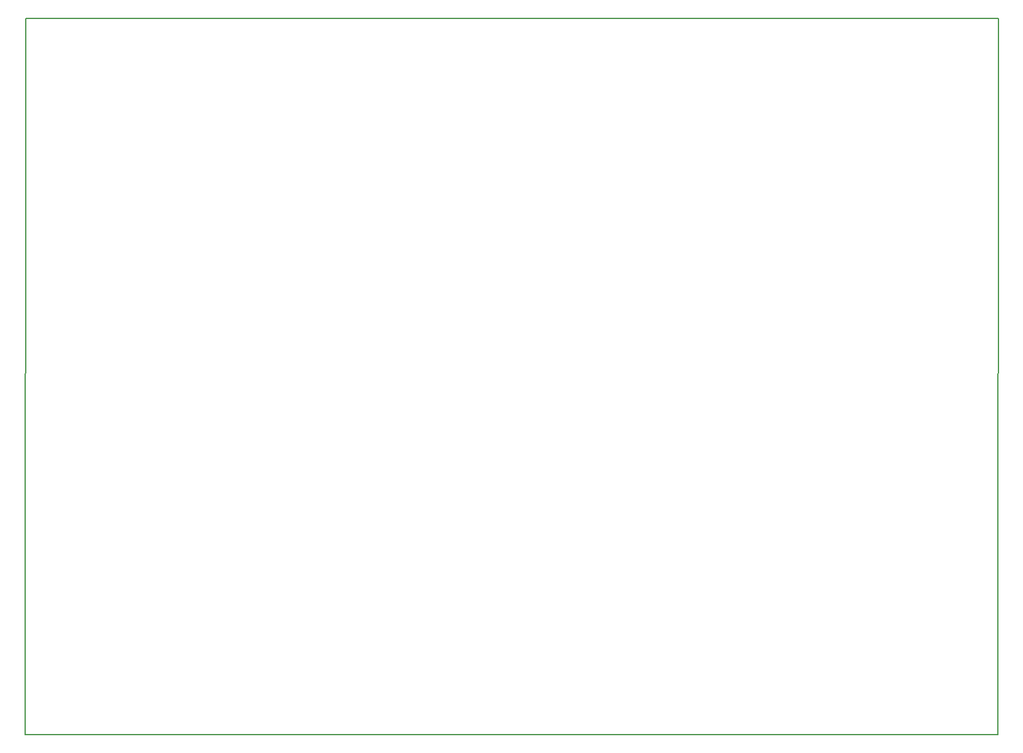
<source format=gbr>
G04 #@! TF.GenerationSoftware,KiCad,Pcbnew,5.0.1-33cea8e~68~ubuntu16.04.1*
G04 #@! TF.CreationDate,2018-10-22T20:49:09-07:00*
G04 #@! TF.ProjectId,STM32,53544D33322E6B696361645F70636200,rev?*
G04 #@! TF.SameCoordinates,Original*
G04 #@! TF.FileFunction,Profile,NP*
%FSLAX46Y46*%
G04 Gerber Fmt 4.6, Leading zero omitted, Abs format (unit mm)*
G04 Created by KiCad (PCBNEW 5.0.1-33cea8e~68~ubuntu16.04.1) date Mon 22 Oct 2018 08:49:09 PM PDT*
%MOMM*%
%LPD*%
G01*
G04 APERTURE LIST*
%ADD10C,0.150000*%
G04 APERTURE END LIST*
D10*
X72468900Y-132883020D02*
X206775000Y-132900000D01*
X72547480Y-33985200D02*
X72475000Y-132875000D01*
X206850000Y-34025000D02*
X72555100Y-33980120D01*
X206775000Y-132850000D02*
X206850000Y-34025000D01*
M02*

</source>
